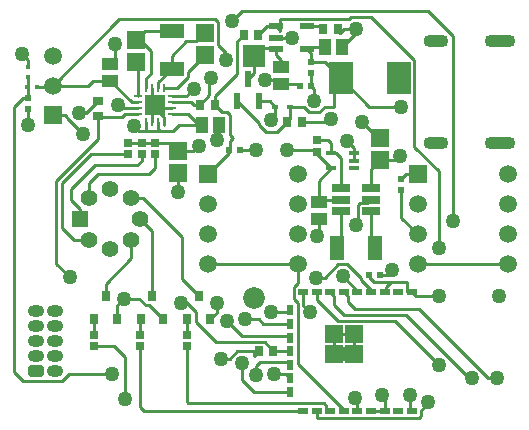
<source format=gtl>
G04*
G04 #@! TF.GenerationSoftware,Altium Limited,CircuitMaker,2.2.1 (2.2.1.6)*
G04*
G04 Layer_Physical_Order=1*
G04 Layer_Color=25308*
%FSAX24Y24*%
%MOIN*%
G70*
G04*
G04 #@! TF.SameCoordinates,15A7914E-F671-45A4-99F6-4AAA3CFDCD00*
G04*
G04*
G04 #@! TF.FilePolarity,Positive*
G04*
G01*
G75*
%ADD14C,0.0100*%
%ADD18R,0.0295X0.0335*%
%ADD19R,0.0217X0.0354*%
%ADD20R,0.0354X0.0217*%
%ADD21R,0.0591X0.0591*%
%ADD22O,0.0315X0.0098*%
%ADD23O,0.0098X0.0315*%
%ADD24R,0.0650X0.0650*%
%ADD25R,0.0177X0.0177*%
%ADD26R,0.0531X0.0413*%
%ADD27R,0.0256X0.0276*%
%ADD28R,0.0610X0.0610*%
%ADD29R,0.0787X0.0472*%
%ADD30R,0.0236X0.0551*%
%ADD31R,0.0189X0.0157*%
%ADD32R,0.0228X0.0244*%
%ADD33R,0.0244X0.0228*%
%ADD34R,0.0472X0.0216*%
%ADD35R,0.0787X0.1102*%
%ADD36R,0.0177X0.0177*%
%ADD37R,0.0244X0.0244*%
%ADD38R,0.0413X0.0531*%
%ADD39R,0.0335X0.0295*%
%ADD40R,0.0315X0.0354*%
%ADD41R,0.0244X0.0244*%
%ADD42R,0.0472X0.0787*%
%ADD43R,0.0256X0.0256*%
%ADD44R,0.0630X0.0256*%
%ADD45R,0.0335X0.0157*%
%ADD87C,0.0728*%
%ADD88R,0.0728X0.0728*%
%ADD89R,0.0551X0.0551*%
%ADD90C,0.0551*%
G04:AMPARAMS|DCode=91|XSize=39.4mil|YSize=55.1mil|CornerRadius=0mil|HoleSize=0mil|Usage=FLASHONLY|Rotation=270.000|XOffset=0mil|YOffset=0mil|HoleType=Round|Shape=Octagon|*
%AMOCTAGOND91*
4,1,8,0.0276,0.0098,0.0276,-0.0098,0.0177,-0.0197,-0.0177,-0.0197,-0.0276,-0.0098,-0.0276,0.0098,-0.0177,0.0197,0.0177,0.0197,0.0276,0.0098,0.0*
%
%ADD91OCTAGOND91*%

%ADD92O,0.0551X0.0394*%
%ADD93C,0.0591*%
%ADD94R,0.0591X0.0591*%
%ADD95O,0.0827X0.0433*%
%ADD96O,0.1024X0.0433*%
%ADD97C,0.0500*%
%ADD98C,0.0197*%
D14*
X031242Y024680D02*
X032073Y023848D01*
X024700Y024350D02*
X025030Y024680D01*
X029353Y024490D02*
X030788Y023055D01*
X028688Y024490D02*
X029353D01*
X025030Y024680D02*
X031242D01*
X028611Y024412D02*
X028688Y024490D01*
X026324Y024412D02*
X028611D01*
X026324Y024038D02*
Y024412D01*
X019210Y021138D02*
X019748Y020600D01*
X019750D01*
X019210Y021138D02*
Y021140D01*
X019134Y021216D02*
X019210Y021140D01*
X019600Y021300D02*
X019846D01*
X020246Y021700D01*
X020650Y022935D02*
X020800Y023085D01*
Y023600D01*
X018750Y022200D02*
X020956Y024406D01*
X023434D01*
X027798Y015800D02*
X028238Y016240D01*
X027500Y015800D02*
X027798D01*
X028767Y013246D02*
Y013915D01*
X028097Y013246D02*
Y013897D01*
Y013915D02*
X028767D01*
X029650Y019736D02*
X030186D01*
X030300Y019850D01*
X029700Y011900D02*
X029800Y011800D01*
Y011362D02*
Y011800D01*
X024352Y013102D02*
X024650D01*
X024888Y013340D01*
X024550Y014350D02*
X025053Y013847D01*
X024200Y014632D02*
Y014950D01*
X023974Y014406D02*
X024200Y014632D01*
X030008Y015648D02*
X030560D01*
X029455D02*
X030008D01*
X029850Y015490D02*
X030008Y015648D01*
X029850Y015388D02*
Y015490D01*
X029800Y015338D02*
X029850Y015388D01*
X026214Y020660D02*
X026554Y021000D01*
X025838Y020660D02*
X026214D01*
X028774Y019956D02*
Y020126D01*
X028550Y020350D02*
X028774Y020126D01*
X025610Y020888D02*
Y020942D01*
Y020888D02*
X025838Y020660D01*
X026554Y021000D02*
X026660Y021106D01*
Y021500D01*
X027900Y021000D02*
X028000Y021100D01*
X027046Y021000D02*
X027900D01*
X024200Y020400D02*
X024285Y020485D01*
Y020900D01*
X028850Y017550D02*
X028897Y017597D01*
Y018208D01*
X028973Y018284D01*
X029226D01*
X029342Y018400D01*
X024981Y020050D02*
X025500D01*
X030350Y017800D02*
Y018719D01*
Y017800D02*
X030900Y017250D01*
X027550Y017200D02*
X027600Y017250D01*
Y017765D01*
X028774Y019700D02*
Y019956D01*
X029586Y020464D02*
X029650D01*
X029050Y021000D02*
X029586Y020464D01*
X030560Y015338D02*
Y015648D01*
X029269Y015834D02*
Y015900D01*
Y015834D02*
X029455Y015648D01*
X030560Y015338D02*
X030706D01*
X030844Y015200D01*
X031600D01*
X030650Y011417D02*
X030706Y011362D01*
X030650Y011417D02*
Y011900D01*
X021100Y015100D02*
X021625D01*
X021839Y014887D01*
X021944D01*
X022424Y014406D01*
X020874Y014874D02*
X021100Y015100D01*
X020874Y014406D02*
Y014874D01*
X023215Y014950D02*
X023523Y014641D01*
X023000Y014950D02*
X023215D01*
X022900Y018650D02*
Y019286D01*
X022150Y021454D02*
Y021550D01*
Y021454D02*
X022445Y021159D01*
Y020989D02*
Y021159D01*
X020246Y021700D02*
X020250Y021696D01*
X026901Y022265D02*
X026965Y022200D01*
X026350Y022265D02*
X026901D01*
X026215Y022400D02*
X026350Y022265D01*
X025800Y022400D02*
X026215D01*
X026188Y023800D02*
X026700D01*
X028850Y023965D02*
Y024100D01*
X028385Y023500D02*
X028850Y023965D01*
X028450Y024100D02*
X028850D01*
X028300Y023950D02*
X028450Y024100D01*
X028246Y024004D02*
X028300Y023950D01*
X017900Y022807D02*
Y023050D01*
X017700Y023250D02*
X017900Y023050D01*
Y020900D02*
Y021419D01*
X028246Y024004D02*
Y024100D01*
X032073Y017677D02*
Y023848D01*
Y017677D02*
X032074Y017676D01*
X031600Y016800D02*
Y019339D01*
X030788Y020150D02*
X031600Y019339D01*
X030788Y020150D02*
Y023055D01*
X026188Y024174D02*
X026324Y024038D01*
X018860Y016250D02*
X019300Y015810D01*
X018860Y016250D02*
Y019029D01*
X020250Y020419D01*
Y021204D01*
X028238Y016240D02*
X028562D01*
X029017Y015785D01*
Y015724D02*
Y015785D01*
Y015724D02*
X029347Y015394D01*
Y015338D02*
Y015394D01*
X028894Y015338D02*
Y015356D01*
X028400Y015850D02*
X028894Y015356D01*
X017900Y021781D02*
Y022493D01*
X019275Y012600D02*
X020700D01*
X019038Y012363D02*
X019275Y012600D01*
X017737Y012363D02*
X019038D01*
X017450Y012650D02*
X017737Y012363D01*
X017450Y012650D02*
Y021500D01*
X017731Y021781D01*
X017900D01*
X024888Y013340D02*
X025454D01*
Y013200D02*
Y013340D01*
Y013200D02*
X025604Y013350D01*
X025050Y012400D02*
Y012950D01*
Y012400D02*
X025458Y011992D01*
X025500Y012550D02*
Y012850D01*
X025640Y012990D01*
X025458Y011992D02*
X026650D01*
X023242Y011610D02*
X027771D01*
X023200Y011652D02*
X023242Y011610D01*
X026505Y012590D02*
X026650Y012444D01*
X026110Y012590D02*
X026505D01*
X026100Y012600D02*
X026110Y012590D01*
X025640Y012990D02*
X026650D01*
Y012897D02*
Y012990D01*
X028335Y022450D02*
X029285Y021500D01*
X030350D01*
X027089Y014861D02*
X027300Y014650D01*
X027089Y014861D02*
Y015333D01*
X027083Y015338D02*
X027089Y015333D01*
X026592Y014650D02*
X026650Y014708D01*
X026000Y014650D02*
X026592D01*
X025604Y014407D02*
X025756Y014256D01*
X025150Y014407D02*
X025604D01*
X025053Y013847D02*
X026606D01*
X024190Y013657D02*
X025810D01*
X026096Y013371D01*
X025756Y014256D02*
X026650D01*
X026606Y013847D02*
X026650Y013803D01*
X026096Y013350D02*
Y013371D01*
X023523Y014324D02*
X024190Y013657D01*
X023523Y014324D02*
Y014641D01*
X018750Y014700D02*
Y014723D01*
X029900Y015900D02*
X030050Y016050D01*
X029631Y015900D02*
X029900D01*
X028894Y011362D02*
Y011856D01*
X028800Y011761D02*
X028894Y011856D01*
X028789Y011750D02*
X028800Y011761D01*
Y011800D01*
X021150Y011750D02*
Y013150D01*
X020787Y013513D02*
X021150Y013150D01*
X020100Y013513D02*
X020787D01*
X027853Y011362D02*
Y011528D01*
Y011362D02*
X027989D01*
X027771Y011610D02*
X027853Y011528D01*
X023200Y011652D02*
Y013513D01*
X021788Y011362D02*
X027083D01*
X021650Y011500D02*
X021788Y011362D01*
X021650Y011500D02*
Y013513D01*
X029347Y011362D02*
X029800D01*
X030150Y014350D02*
X031600Y012900D01*
X033252Y012450D02*
X033550D01*
X030960Y014742D02*
X033252Y012450D01*
X028816Y014742D02*
X030960D01*
X028577Y014980D02*
X028816Y014742D01*
X028577Y014980D02*
Y015203D01*
X028442Y015338D02*
X028577Y015203D01*
X032602Y012450D02*
X032700D01*
X030500Y014552D02*
X032602Y012450D01*
X028450Y014552D02*
X030500D01*
X028125Y014877D02*
X028450Y014552D01*
X028125Y014877D02*
Y015203D01*
X027989Y015338D02*
X028125Y015203D01*
X027536Y015064D02*
Y015338D01*
Y015064D02*
X028250Y014350D01*
X030150D01*
X031023Y011373D02*
X031250Y011600D01*
Y011650D01*
X031023Y011196D02*
Y011373D01*
X030941Y011114D02*
X031023Y011196D01*
X030900Y016250D02*
X031023Y016127D01*
X026899Y012936D02*
Y014943D01*
X026766Y015076D02*
X026899Y014943D01*
X026766Y015076D02*
Y015504D01*
X027536Y011114D02*
X030941D01*
X027536D02*
Y011362D01*
X026899Y012936D02*
X028442Y011392D01*
X026766Y015504D02*
X026900Y015638D01*
Y016250D01*
X025596Y023900D02*
X025870Y024174D01*
X026188D01*
X024890Y023686D02*
X025104Y023900D01*
X024890Y022590D02*
Y023686D01*
X023434Y024406D02*
X023437Y024409D01*
X024163D01*
X024245Y024327D01*
Y023555D02*
Y024327D01*
Y023555D02*
X024500Y023300D01*
Y023050D02*
Y023300D01*
X024146Y021846D02*
X024890Y022590D01*
X023654Y021550D02*
Y021571D01*
X023956Y021873D01*
Y022406D01*
X024000Y022450D01*
X023195Y021845D02*
X023450Y022100D01*
X022711Y021845D02*
X023195D01*
X023450Y021965D02*
Y022100D01*
X023234Y022476D02*
Y022670D01*
X022869Y022111D02*
X023234Y022476D01*
X023517Y023681D02*
X023800Y023964D01*
X023179Y023681D02*
X023517D01*
X022700Y023202D02*
X023179Y023681D01*
X022700Y022770D02*
Y023202D01*
X023234Y022670D02*
X023800Y023236D01*
X022445Y022111D02*
X022869D01*
X020650Y022365D02*
X021366Y021648D01*
X018750Y022200D02*
X019900D01*
X020065Y022365D01*
X020650D01*
X018750Y021216D02*
X019134D01*
X027503Y020050D02*
X027550Y020003D01*
X026550Y020050D02*
X027503D01*
X018750Y021216D02*
X018766Y021200D01*
X024632Y020050D02*
Y020350D01*
X024650D01*
X024750Y020450D01*
X024632Y020568D02*
X024750Y020450D01*
X024632Y020568D02*
Y021224D01*
X024619Y019969D02*
Y020050D01*
X023900Y019250D02*
X024619Y019969D01*
X023900Y016250D02*
X026900D01*
X030900D02*
X033900D01*
X023600Y020900D02*
X023715D01*
X022950D02*
X023600D01*
X022741Y020691D02*
X022950Y020900D01*
X021862Y020734D02*
Y020989D01*
X022323Y020691D02*
X022741D01*
X021904D02*
X022323D01*
X022248Y020766D02*
X022323Y020691D01*
X022248Y020766D02*
Y020989D01*
X021450Y020850D02*
X021609Y020691D01*
X021904D01*
X020900Y021550D02*
X020998Y021452D01*
X021589D01*
X020250Y021204D02*
X020294Y021160D01*
X021062D01*
X021156Y021255D01*
X021589D01*
X023414Y020014D02*
X023600Y020200D01*
X022900Y020014D02*
X023414D01*
X022711Y021845D02*
Y021857D01*
X024876Y021676D02*
X025610Y020942D01*
X026000Y021050D02*
X026140Y021190D01*
Y021500D01*
X024619Y020050D02*
X024632D01*
X024550Y021306D02*
X024632Y021224D01*
X024390Y021306D02*
X024550D01*
X024146Y021550D02*
X024390Y021306D01*
X024146Y021550D02*
Y021846D01*
X028104Y022218D02*
X028335Y022450D01*
X028104Y021500D02*
Y022218D01*
X027802Y021500D02*
X028104D01*
X027612Y021310D02*
X027802Y021500D01*
X027288Y021310D02*
X027612D01*
X027098Y021500D02*
X027288Y021310D01*
X026660Y021500D02*
X027098D01*
X027335Y022200D02*
X027450Y022085D01*
Y021700D02*
Y022085D01*
X027680Y024174D02*
X027754Y024100D01*
X027212Y024174D02*
X027680D01*
X025964Y021676D02*
X026140Y021500D01*
X025624Y021676D02*
X025964D01*
X027335Y022200D02*
X027350Y022215D01*
Y022615D01*
X027286Y023500D02*
X027815D01*
X027212Y023426D02*
X027286Y023500D01*
X027212Y023426D02*
X027350Y023288D01*
Y022985D02*
Y023288D01*
Y022985D02*
X027800D01*
X028335Y022450D01*
X022711Y021255D02*
X023245D01*
X021862Y020734D02*
X021904Y020691D01*
X021855Y020989D02*
X021862D01*
X022445Y020905D02*
Y020989D01*
X021366Y021648D02*
X021589D01*
X027550Y019920D02*
Y020003D01*
Y019920D02*
X028026Y019444D01*
X027600Y019018D02*
X028026Y019444D01*
X027600Y018335D02*
Y019018D01*
X028026Y019956D02*
X028194D01*
X028358Y019792D01*
Y018774D02*
Y019792D01*
X027550Y020397D02*
X027903D01*
X028026Y020274D01*
Y019956D02*
Y020274D01*
X028358Y016938D02*
Y018026D01*
X029342Y016938D02*
X029480Y016800D01*
X029342Y016938D02*
Y018026D01*
X028220Y016800D02*
X028358Y016938D01*
X027600Y018335D02*
X027665Y018400D01*
X028358D01*
X026096Y013350D02*
X026650D01*
X030350Y019081D02*
X030519Y019250D01*
X030900D01*
X029342Y019428D02*
X029650Y019736D01*
X029342Y018774D02*
Y019428D01*
X023245Y021255D02*
X023600Y020900D01*
X022711Y021648D02*
X023352D01*
X023450Y021550D01*
X023654D01*
X020013Y019913D02*
X021250D01*
X019050Y018950D02*
X020013Y019913D01*
X019050Y017450D02*
Y018950D01*
Y017450D02*
X019457Y017043D01*
X019943D01*
X021700Y019700D02*
Y019913D01*
X021550Y019550D02*
X021700Y019700D01*
X020150Y019550D02*
X021550D01*
X019350Y018750D02*
X020150Y019550D01*
X019350Y018400D02*
Y018750D01*
Y018400D02*
X019650Y018100D01*
Y017750D02*
Y018100D01*
X022150Y019450D02*
Y019913D01*
X021950Y019250D02*
X022150Y019450D01*
X020250Y019250D02*
X021950D01*
X019943Y018943D02*
X020250Y019250D01*
X019943Y018457D02*
Y018943D01*
X023050Y015744D02*
X023600Y015194D01*
X023050Y015744D02*
Y017150D01*
X021743Y018457D02*
X023050Y017150D01*
X021357Y018457D02*
X021743D01*
X021650Y017750D02*
X022050Y017350D01*
Y015194D02*
Y017350D01*
X020500Y015194D02*
Y015600D01*
X021357Y016457D01*
Y017043D01*
X023200Y013887D02*
Y014380D01*
X021650Y013887D02*
Y014380D01*
X020100Y013887D02*
Y014380D01*
X022627Y020287D02*
X022900Y020014D01*
X021700Y020287D02*
X022627D01*
X021250D02*
X021700D01*
X018700Y022150D02*
X018750Y022200D01*
X018207Y022150D02*
X018700D01*
X022452Y021452D02*
X022711D01*
X022052Y020989D02*
Y021298D01*
Y021802D02*
Y022111D01*
X022248Y022318D02*
X022700Y022770D01*
X022248Y022111D02*
Y022318D01*
X021850Y022111D02*
Y022450D01*
X022000Y022600D01*
Y023350D01*
X021636Y023714D02*
X022000Y023350D01*
X021500Y023714D02*
X021636D01*
X021500D02*
X021816Y024030D01*
X022700D01*
X021500Y022986D02*
X021589Y022897D01*
Y021845D02*
Y022897D01*
X025450Y023183D02*
X025717Y023450D01*
X026164D01*
X026188Y023426D01*
Y023212D02*
Y023426D01*
Y023212D02*
X026350Y023050D01*
Y022835D02*
Y023050D01*
X025450Y022624D02*
Y023183D01*
X025250Y022424D02*
X025450Y022624D01*
D18*
X026554Y021000D02*
D03*
X027046D02*
D03*
X023654Y021550D02*
D03*
X024146D02*
D03*
X025596Y023900D02*
D03*
X025104D02*
D03*
X027754Y024100D02*
D03*
X028246D02*
D03*
X026096Y013350D02*
D03*
X025604D02*
D03*
D19*
X026650D02*
D03*
Y011992D02*
D03*
Y012897D02*
D03*
Y012444D02*
D03*
Y013803D02*
D03*
Y014256D02*
D03*
Y014708D02*
D03*
D20*
X029800Y011362D02*
D03*
X030253D02*
D03*
X030706D02*
D03*
X028442D02*
D03*
X027989D02*
D03*
X027536D02*
D03*
X027083D02*
D03*
X029347D02*
D03*
X028894D02*
D03*
X029800Y015338D02*
D03*
X030253D02*
D03*
X028894D02*
D03*
X028442D02*
D03*
X027989D02*
D03*
X027536D02*
D03*
X027083D02*
D03*
X029347D02*
D03*
X030706D02*
D03*
D21*
X028767Y013246D02*
D03*
Y013915D02*
D03*
X028097Y013246D02*
D03*
Y013915D02*
D03*
X018750Y021216D02*
D03*
D22*
X021589Y021845D02*
D03*
Y021648D02*
D03*
Y021452D02*
D03*
Y021255D02*
D03*
X022711D02*
D03*
Y021452D02*
D03*
Y021648D02*
D03*
Y021845D02*
D03*
D23*
X021855Y020989D02*
D03*
X022052D02*
D03*
X022248D02*
D03*
X022445D02*
D03*
Y022111D02*
D03*
X022248D02*
D03*
X022052D02*
D03*
X021855D02*
D03*
D24*
X022150Y021550D02*
D03*
D25*
X018207Y022150D02*
D03*
X017893D02*
D03*
D26*
X020650Y022365D02*
D03*
Y022935D02*
D03*
X026350Y022265D02*
D03*
Y022835D02*
D03*
X027600Y017765D02*
D03*
Y018335D02*
D03*
D27*
X021250Y019913D02*
D03*
Y020287D02*
D03*
X022150D02*
D03*
Y019913D02*
D03*
X021700D02*
D03*
Y020287D02*
D03*
X020100Y013887D02*
D03*
Y013513D02*
D03*
X021650D02*
D03*
Y013887D02*
D03*
X023200Y013513D02*
D03*
Y013887D02*
D03*
D28*
X022900Y020014D02*
D03*
Y019286D02*
D03*
X021500Y022986D02*
D03*
Y023714D02*
D03*
X023800Y023236D02*
D03*
Y023964D02*
D03*
X029650Y019736D02*
D03*
Y020464D02*
D03*
D29*
X022700Y024030D02*
D03*
Y022770D02*
D03*
D30*
X025250Y022424D02*
D03*
X025624Y021676D02*
D03*
X024876D02*
D03*
D31*
X026660Y021500D02*
D03*
X026140D02*
D03*
D32*
X027335Y022200D02*
D03*
X026965D02*
D03*
D33*
X027350Y022985D02*
D03*
Y022615D02*
D03*
D34*
X027212Y024174D02*
D03*
Y023426D02*
D03*
X026188D02*
D03*
Y023800D02*
D03*
Y024174D02*
D03*
D35*
X028335Y022450D02*
D03*
X030265D02*
D03*
D36*
X017900Y022493D02*
D03*
Y022807D02*
D03*
D37*
Y021419D02*
D03*
Y021781D02*
D03*
X030350Y019081D02*
D03*
Y018719D02*
D03*
D38*
X024285Y020900D02*
D03*
X023715D02*
D03*
X028385Y023500D02*
D03*
X027815D02*
D03*
D39*
X020250Y021696D02*
D03*
Y021204D02*
D03*
D40*
X020500Y015194D02*
D03*
X020874Y014406D02*
D03*
X020126D02*
D03*
X021676D02*
D03*
X022424D02*
D03*
X022050Y015194D02*
D03*
X023226Y014406D02*
D03*
X023974D02*
D03*
X023600Y015194D02*
D03*
D41*
X029631Y015900D02*
D03*
X029269D02*
D03*
X024619Y020050D02*
D03*
X024981D02*
D03*
D42*
X028220Y016800D02*
D03*
X029480D02*
D03*
D43*
X027550Y020397D02*
D03*
Y020003D02*
D03*
D44*
X028358Y018026D02*
D03*
Y018400D02*
D03*
Y018774D02*
D03*
X029342D02*
D03*
Y018400D02*
D03*
Y018026D02*
D03*
D45*
X028026Y019444D02*
D03*
Y019956D02*
D03*
X028774D02*
D03*
Y019700D02*
D03*
Y019444D02*
D03*
D87*
X025450Y015117D02*
D03*
D88*
Y023183D02*
D03*
D89*
X019650Y017750D02*
D03*
D90*
X019943Y017043D02*
D03*
X020650Y016750D02*
D03*
X021357Y017043D02*
D03*
X021650Y017750D02*
D03*
X021357Y018457D02*
D03*
X020650Y018750D02*
D03*
X019943Y018457D02*
D03*
D91*
X018180Y012700D02*
D03*
D92*
X018820D02*
D03*
X018180Y013200D02*
D03*
X018820D02*
D03*
X018180Y013700D02*
D03*
X018820D02*
D03*
X018180Y014200D02*
D03*
X018820D02*
D03*
X018180Y014700D02*
D03*
X018820D02*
D03*
D93*
X018750Y023184D02*
D03*
Y022200D02*
D03*
X026900Y016250D02*
D03*
Y017250D02*
D03*
Y018250D02*
D03*
Y019250D02*
D03*
X023900Y016250D02*
D03*
Y017250D02*
D03*
Y018250D02*
D03*
X030900D02*
D03*
Y017250D02*
D03*
Y016250D02*
D03*
X033900Y019250D02*
D03*
Y018250D02*
D03*
Y017250D02*
D03*
Y016250D02*
D03*
D94*
X023900Y019250D02*
D03*
X030900D02*
D03*
D95*
X031520Y023701D02*
D03*
Y020299D02*
D03*
D96*
X033630Y023701D02*
D03*
Y020299D02*
D03*
D97*
X019600Y021300D02*
D03*
X020800Y023600D02*
D03*
X027500Y015800D02*
D03*
X028450Y013250D02*
D03*
X030300Y019850D02*
D03*
X030050Y016050D02*
D03*
X029700Y011900D02*
D03*
X024350Y013100D02*
D03*
X024550Y014350D02*
D03*
X024200Y014950D02*
D03*
X033600Y015200D02*
D03*
X028550Y020350D02*
D03*
X028000Y021100D02*
D03*
X024200Y020400D02*
D03*
X028850Y017550D02*
D03*
X025500Y020050D02*
D03*
X027550Y017200D02*
D03*
X029050Y021000D02*
D03*
X031600Y015200D02*
D03*
X030650Y011900D02*
D03*
X023000Y014950D02*
D03*
X021100Y015100D02*
D03*
X022900Y018650D02*
D03*
X025800Y022400D02*
D03*
X026700Y023800D02*
D03*
X028850Y024100D02*
D03*
X017700Y023250D02*
D03*
X017900Y020900D02*
D03*
X030265Y022450D02*
D03*
X032074Y017676D02*
D03*
X031600Y016800D02*
D03*
X019300Y015810D02*
D03*
X028400Y015850D02*
D03*
X020700Y012600D02*
D03*
X025050Y012950D02*
D03*
X025500Y012550D02*
D03*
X026100Y012600D02*
D03*
X030350Y021500D02*
D03*
X027300Y014650D02*
D03*
X025150Y014407D02*
D03*
X026000Y014650D02*
D03*
X028800Y011800D02*
D03*
X021150Y011750D02*
D03*
X031250Y011650D02*
D03*
X032700Y012450D02*
D03*
X031600Y012900D02*
D03*
X033550Y012450D02*
D03*
X024700Y024350D02*
D03*
X024500Y023050D02*
D03*
X024000Y022450D02*
D03*
X023450Y022100D02*
D03*
X026550Y020050D02*
D03*
X019750Y020600D02*
D03*
X021450Y020850D02*
D03*
X020900Y021550D02*
D03*
X023600Y020200D02*
D03*
X026000Y021050D02*
D03*
X027450Y021700D02*
D03*
D98*
X022150Y021550D02*
D03*
M02*

</source>
